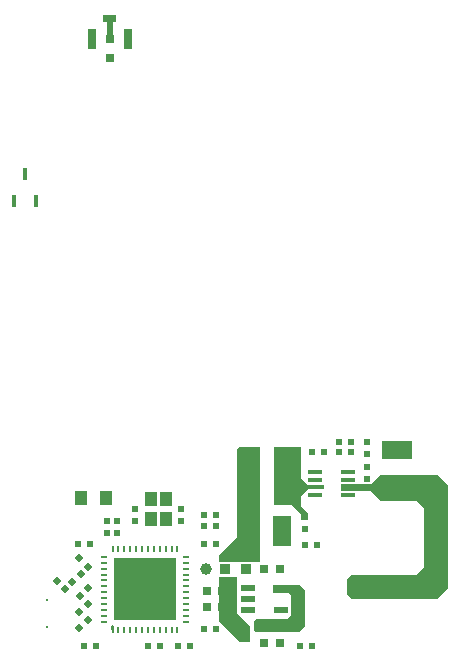
<source format=gtp>
G04*
G04 #@! TF.GenerationSoftware,Altium Limited,Altium Designer,20.0.1 (14)*
G04*
G04 Layer_Color=8421504*
%FSLAX44Y44*%
%MOMM*%
G71*
G01*
G75*
%ADD21R,0.8890X0.8890*%
%ADD22O,0.2499X0.6000*%
%ADD23R,5.3000X5.3000*%
%ADD24O,0.6000X0.2499*%
%ADD25C,0.3000*%
%ADD26R,0.8000X1.7000*%
%ADD27R,0.7000X0.7000*%
%ADD28R,1.2000X0.5000*%
%ADD29R,0.7620X0.7620*%
%ADD30R,0.7620X0.7620*%
%ADD31R,1.5240X2.5400*%
%ADD32R,2.5400X1.5240*%
%ADD33R,0.4500X1.0000*%
%ADD34P,0.7184X4X90.0*%
%ADD35R,1.0160X1.2700*%
%ADD36R,1.2000X0.4000*%
%ADD37R,1.7500X4.5000*%
%ADD38P,0.7184X4X180.0*%
%ADD39R,0.5080X0.5080*%
%ADD40R,0.5080X0.5080*%
%ADD41R,1.0000X1.2000*%
%ADD42C,1.0000*%
G36*
X117499Y550389D02*
X114499D01*
Y538962D01*
X115233Y538228D01*
Y535550D01*
X113339Y533656D01*
X110661D01*
X108767Y535550D01*
Y538228D01*
X109501Y538962D01*
Y550389D01*
X106501D01*
Y556389D01*
X117499D01*
Y550389D01*
D02*
G37*
G36*
X398000Y158770D02*
Y71000D01*
X389000Y62000D01*
X317000Y62000D01*
X313000Y66000D01*
X313000Y79000D01*
X317000Y83000D01*
X372000Y83000D01*
X378000Y89000D01*
X378000Y139000D01*
X372000Y145000D01*
X342000D01*
X333000Y154000D01*
X307379Y154000D01*
X307379Y159500D01*
X333500Y159500D01*
X341000Y167000D01*
X389770D01*
X398000Y158770D01*
D02*
G37*
G36*
X274000Y191000D02*
X274000Y165000D01*
X280000Y159000D01*
X293000D01*
X293000Y155000D01*
X280000Y155000D01*
X274000Y149000D01*
X274000Y141000D01*
X280000Y135000D01*
X280000Y129000D01*
X274000D01*
X274000Y134000D01*
X266000Y142000D01*
X251000Y142000D01*
X251000Y191000D01*
X274000Y191000D01*
D02*
G37*
G36*
X239250Y94000D02*
X204000Y94000D01*
X204000Y99750D01*
X219250Y115000D01*
X219250Y189250D01*
X221250Y191250D01*
X239250Y191250D01*
X239250Y94000D01*
D02*
G37*
G36*
X272500Y74500D02*
X277000Y70000D01*
X277000Y38750D01*
X272250Y34000D01*
X236000D01*
X234000Y36000D01*
X234000Y43000D01*
X236000Y45000D01*
X262000Y45000D01*
X265000Y48000D01*
X265000Y65250D01*
X262500Y67750D01*
X250000Y67750D01*
Y74500D01*
X272500Y74500D01*
D02*
G37*
G36*
X114483Y39977D02*
X114635Y39939D01*
X114783Y39880D01*
X114920Y39807D01*
X115047Y39713D01*
X115161Y39606D01*
X115260Y39484D01*
X115347Y39352D01*
X115413Y39210D01*
X115461Y39060D01*
X115489Y38907D01*
X115499Y38750D01*
Y37249D01*
X115489Y37094D01*
X115461Y36939D01*
X115413Y36789D01*
X115347Y36647D01*
X115260Y36515D01*
X115161Y36395D01*
X115047Y36286D01*
X114920Y36195D01*
X114783Y36119D01*
X114635Y36060D01*
X114483Y36022D01*
X114328Y36002D01*
X114171D01*
X114016Y36022D01*
X113863Y36060D01*
X113719Y36119D01*
X113581Y36195D01*
X113454Y36286D01*
X113340Y36395D01*
X113238Y36515D01*
X113155Y36647D01*
X113089Y36789D01*
X113040Y36939D01*
X113010Y37094D01*
X113000Y37249D01*
Y38750D01*
X113010Y38907D01*
X113040Y39060D01*
X113089Y39210D01*
X113155Y39352D01*
X113238Y39484D01*
X113340Y39606D01*
X113454Y39713D01*
X113581Y39807D01*
X113719Y39880D01*
X113863Y39939D01*
X114016Y39977D01*
X114171Y39997D01*
X114328D01*
X114483Y39977D01*
D02*
G37*
G36*
X220000Y50000D02*
X230250Y39750D01*
X230250Y25500D01*
X222250D01*
X204000Y43750D01*
X204000Y81000D01*
X220000D01*
X220000Y50000D01*
D02*
G37*
D21*
X227140Y87500D02*
D03*
X209360D02*
D03*
D22*
X169250Y36000D02*
D03*
X164250D02*
D03*
X159250D02*
D03*
X154250D02*
D03*
X149250D02*
D03*
X144250D02*
D03*
X139250D02*
D03*
X134250D02*
D03*
X129250D02*
D03*
X124250D02*
D03*
X119250D02*
D03*
X114250D02*
D03*
X164250Y105000D02*
D03*
X159250D02*
D03*
X154251D02*
D03*
X149250D02*
D03*
X144250D02*
D03*
X139250D02*
D03*
X134250D02*
D03*
X129250D02*
D03*
X124250D02*
D03*
X119250D02*
D03*
X114250D02*
D03*
X169251D02*
D03*
D23*
X141750Y70500D02*
D03*
D24*
X107250Y98001D02*
D03*
Y92999D02*
D03*
Y88001D02*
D03*
Y82999D02*
D03*
Y78001D02*
D03*
Y72999D02*
D03*
Y68001D02*
D03*
Y62999D02*
D03*
Y58001D02*
D03*
Y52999D02*
D03*
Y48001D02*
D03*
Y42999D02*
D03*
X176250Y47999D02*
D03*
Y53000D02*
D03*
Y58000D02*
D03*
Y63000D02*
D03*
Y68000D02*
D03*
Y73000D02*
D03*
Y78000D02*
D03*
Y83000D02*
D03*
Y88000D02*
D03*
Y93000D02*
D03*
Y98000D02*
D03*
Y43001D02*
D03*
D25*
X58518Y38644D02*
D03*
Y61010D02*
D03*
D26*
X96500Y536750D02*
D03*
X127500D02*
D03*
D27*
X112000Y536000D02*
D03*
Y520389D02*
D03*
D28*
X228750Y53000D02*
D03*
Y72000D02*
D03*
Y62500D02*
D03*
X256750Y72000D02*
D03*
Y53000D02*
D03*
D29*
X255751Y87501D02*
D03*
X242751D02*
D03*
X194372Y55749D02*
D03*
X207372D02*
D03*
X194372Y68999D02*
D03*
X207372D02*
D03*
D30*
X242521Y24973D02*
D03*
Y37973D02*
D03*
X255771Y24999D02*
D03*
Y37999D02*
D03*
D31*
X229060Y120000D02*
D03*
X258060D02*
D03*
D32*
X355000Y159302D02*
D03*
Y188302D02*
D03*
D33*
X40000Y422250D02*
D03*
X49500Y399570D02*
D03*
X30500D02*
D03*
D34*
X93286Y44785D02*
D03*
X86215Y37715D02*
D03*
Y50964D02*
D03*
X93286Y58035D02*
D03*
X80205Y76386D02*
D03*
X87389Y83570D02*
D03*
X86361Y64429D02*
D03*
X93545Y71614D02*
D03*
D35*
X109000Y148000D02*
D03*
X87410D02*
D03*
D36*
X313970Y169750D02*
D03*
Y163250D02*
D03*
X286030Y169750D02*
D03*
Y163250D02*
D03*
Y156750D02*
D03*
Y150250D02*
D03*
X313970D02*
D03*
Y156750D02*
D03*
D37*
X229750Y165000D02*
D03*
X262250D02*
D03*
D38*
X67179Y77639D02*
D03*
X74364Y70455D02*
D03*
X86180Y96639D02*
D03*
X93364Y89455D02*
D03*
D39*
X89938Y22360D02*
D03*
X100098D02*
D03*
X283062Y22902D02*
D03*
X272902D02*
D03*
X179562Y22402D02*
D03*
X169402D02*
D03*
X202062Y133402D02*
D03*
X191902D02*
D03*
X202062Y124402D02*
D03*
X191902D02*
D03*
X202098Y108598D02*
D03*
X191938D02*
D03*
X143902Y22402D02*
D03*
X154062D02*
D03*
X84652Y108902D02*
D03*
X94812D02*
D03*
X191938Y37098D02*
D03*
X202098D02*
D03*
X316062Y195402D02*
D03*
X305902D02*
D03*
X305938Y186598D02*
D03*
X316098D02*
D03*
X282938D02*
D03*
X293098D02*
D03*
X287062Y108402D02*
D03*
X276902D02*
D03*
D40*
X172598Y127902D02*
D03*
Y138062D02*
D03*
X133402Y138098D02*
D03*
Y127938D02*
D03*
X109348Y117902D02*
D03*
Y128062D02*
D03*
X117848Y117902D02*
D03*
Y128062D02*
D03*
X277068Y132098D02*
D03*
Y121938D02*
D03*
X329360Y163902D02*
D03*
Y174062D02*
D03*
X329402Y185366D02*
D03*
Y195526D02*
D03*
D41*
X146500Y129949D02*
D03*
Y146949D02*
D03*
X159500D02*
D03*
Y129949D02*
D03*
D42*
X387750Y156500D02*
D03*
X193750Y87500D02*
D03*
X269750Y41500D02*
D03*
M02*

</source>
